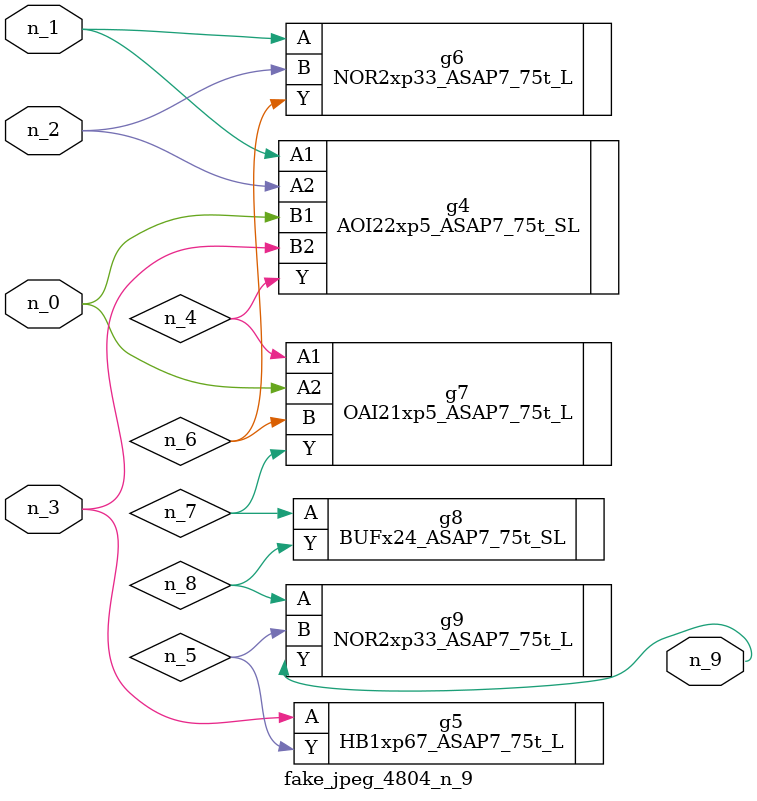
<source format=v>
module fake_jpeg_4804_n_9 (n_0, n_3, n_2, n_1, n_9);

input n_0;
input n_3;
input n_2;
input n_1;

output n_9;

wire n_4;
wire n_8;
wire n_6;
wire n_5;
wire n_7;

AOI22xp5_ASAP7_75t_SL g4 ( 
.A1(n_1),
.A2(n_2),
.B1(n_0),
.B2(n_3),
.Y(n_4)
);

HB1xp67_ASAP7_75t_L g5 ( 
.A(n_3),
.Y(n_5)
);

NOR2xp33_ASAP7_75t_L g6 ( 
.A(n_1),
.B(n_2),
.Y(n_6)
);

OAI21xp5_ASAP7_75t_L g7 ( 
.A1(n_4),
.A2(n_0),
.B(n_6),
.Y(n_7)
);

BUFx24_ASAP7_75t_SL g8 ( 
.A(n_7),
.Y(n_8)
);

NOR2xp33_ASAP7_75t_L g9 ( 
.A(n_8),
.B(n_5),
.Y(n_9)
);


endmodule
</source>
